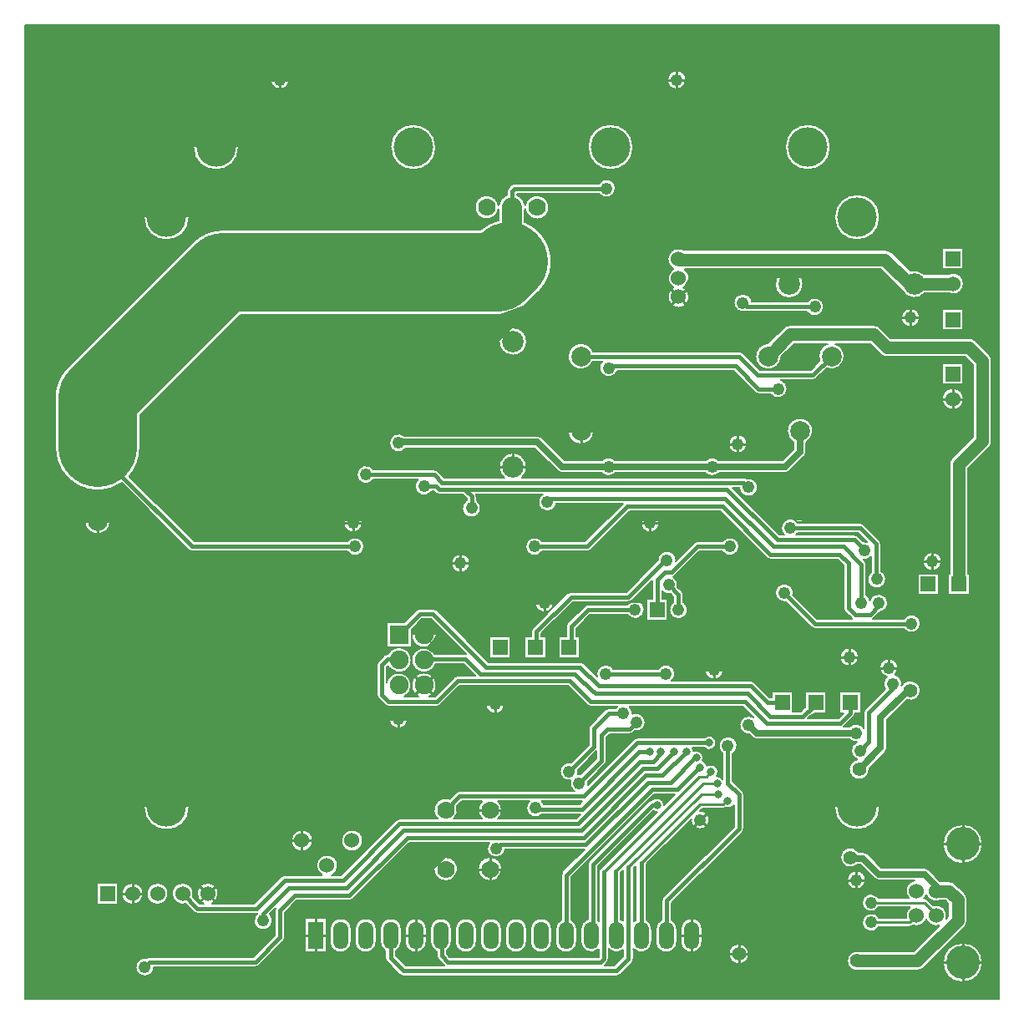
<source format=gbl>
%FSLAX23Y23*%
%MOIN*%
G04 EasyPC Gerber Version 16.0.6 Build 3249 *
%ADD22O,0.06000X0.11000*%
%ADD21R,0.06000X0.11000*%
%ADD19R,0.06000X0.06000*%
%ADD71R,0.07500X0.07500*%
%ADD14R,0.07874X0.07874*%
%ADD10C,0.00500*%
%ADD11C,0.01000*%
%ADD25C,0.01500*%
%ADD27C,0.02500*%
%ADD28C,0.03189*%
%ADD24C,0.04800*%
%ADD29C,0.05000*%
%ADD26C,0.05591*%
%ADD17C,0.06000*%
%ADD70C,0.06000*%
%ADD23C,0.07000*%
%ADD13C,0.07000*%
%ADD20C,0.07500*%
%ADD15C,0.07874*%
%ADD16C,0.08600*%
%ADD18C,0.13386*%
%ADD12C,0.15748*%
%ADD72C,0.31496*%
X0Y0D02*
D02*
D10*
X28Y596D02*
X3915D01*
Y4483*
X28*
Y596*
X266Y2504D02*
G75*
G02X369I52D01*
G01*
G75*
G02X266I-52*
G01*
X314Y973D02*
Y1058D01*
X399*
Y973*
X314*
X414Y2655D02*
G75*
G02X147Y2795I-96J140D01*
G01*
Y2996*
G75*
G02X197Y3116I170J0*
G01*
X697Y3616*
G75*
G02X817Y3666I120J-120*
G01*
X1846*
G75*
G02X1919Y3704I113J-127*
G01*
Y3742*
G75*
G02X1918Y3749I52J13*
G01*
G75*
G02X1871Y3708I-47J7*
G01*
G75*
G02Y3803J48*
G01*
G75*
G02X1918Y3763J-48*
G01*
G75*
G02X1951Y3806I53J-7*
G01*
Y3819*
G75*
G02X1957Y3833I20*
G01*
X1969Y3845*
G75*
G02X1983Y3851I14J-14*
G01*
X2318*
G75*
G02X2385Y3831I31J-20*
G01*
G75*
G02X2318Y3811I-37*
G01*
X1991*
X1991Y3811*
Y3806*
G75*
G02X2024Y3763I-20J-50*
G01*
G75*
G02X2071Y3803I47J-7*
G01*
G75*
G02Y3708J-48*
G01*
G75*
G02X2024Y3749J48*
G01*
G75*
G02X2023Y3742I-53J7*
G01*
Y3697*
G75*
G02X2079Y3419I-64J-158*
G01*
X2036Y3376*
G75*
G02X1916Y3326I-120J120*
G01*
X888*
X487Y2926*
Y2795*
G75*
G02X444Y2681I-170*
G01*
X704Y2422*
X1314*
G75*
G02X1382Y2402I31J-20*
G01*
G75*
G02X1314Y2382I-37*
G01*
X695*
G75*
G02X681Y2387J20*
G01*
X414Y2655*
X414Y1016D02*
G75*
G02X499I43D01*
G01*
G75*
G02X414I-43*
G01*
X502Y1362D02*
G75*
G02X684I91D01*
G01*
G75*
G02X502I-91*
G01*
Y3716D02*
G75*
G02X684I91D01*
G01*
G75*
G02X502I-91*
G01*
X514Y760D02*
G75*
G02X526Y764I12J-16D01*
G01*
X939*
X1026Y851*
Y949*
G75*
G02X1028Y958I20J0*
G01*
X1005Y935*
G75*
G02X1015Y909I-26J-25*
G01*
G75*
G02X942I-37*
G01*
G75*
G02X955Y937I36*
G01*
G75*
G02X951Y937I-4J20*
G01*
X716*
G75*
G02X702Y942J20*
G01*
X669Y975*
G75*
G02X614Y1016I-12J41*
G01*
G75*
G02X699I43*
G01*
G75*
G02X697Y1003I-43J0*
G01*
X724Y977*
X740*
G75*
G02X714Y1016I17J39*
G01*
G75*
G02X799I43*
G01*
G75*
G02X774Y977I-43*
G01*
X943*
X1051Y1085*
G75*
G02X1065Y1091I14J-14*
G01*
X1213*
G75*
G02X1191Y1128I20J37*
G01*
G75*
G02X1276I43*
G01*
G75*
G02X1253Y1091I-43*
G01*
X1289*
X1508Y1309*
G75*
G02X1522Y1315I14J-14*
G01*
X1675*
G75*
G02X1724Y1395I32J35*
G01*
X1748Y1420*
G75*
G02X1762Y1425I14J-14*
G01*
X2220*
G75*
G02X2204Y1468I19J31*
G01*
G75*
G02X2163Y1504I-5J36*
G01*
G75*
G02X2207Y1540I37*
G01*
X2278Y1611*
Y1677*
G75*
G02X2284Y1691I20*
G01*
X2343Y1750*
G75*
G02X2357Y1756I14J-14*
G01*
X2385*
G75*
G02X2392Y1763I31J-20*
G01*
X2286*
G75*
G02X2272Y1769J20*
G01*
X2195Y1846*
X1763*
X1686Y1769*
G75*
G02X1672Y1763I-14J14*
G01*
X1479*
G75*
G02X1465Y1769J20*
G01*
X1437Y1797*
G75*
G02X1431Y1811I14J14*
G01*
Y1929*
G75*
G02X1437Y1943I20*
G01*
X1461Y1967*
G75*
G02X1475Y1973I14J-14*
G01*
X1476*
G75*
G02X1570Y1948I44J-24*
G01*
G75*
G02X1475Y1925I-50*
G01*
X1471Y1921*
Y1861*
G75*
G02X1570Y1848I48J-13*
G01*
G75*
G02X1542Y1803I-50*
G01*
X1598*
G75*
G02X1620Y1898I22J45*
G01*
G75*
G02X1641Y1803J-50*
G01*
X1664*
X1740Y1880*
G75*
G02X1754Y1886I14J-14*
G01*
X1824*
X1778Y1933*
X1667*
G75*
G02X1570Y1948I-47J16*
G01*
G75*
G02X1663Y1973I50*
G01*
X1786*
G75*
G02X1789Y1972I0J-20*
G01*
X1648Y2114*
X1613*
X1570Y2070*
Y1998*
X1470*
Y2098*
X1541*
X1591Y2148*
G75*
G02X1605Y2154I14J-14*
G01*
X1656*
G75*
G02X1670Y2148J-20*
G01*
X1877Y1941*
X2243*
G75*
G02X2257Y1935J-20*
G01*
X2311Y1882*
G75*
G02X2376Y1914I34J12*
G01*
X2555*
G75*
G02X2622Y1894I31J-20*
G01*
G75*
G02X2609Y1866I-37*
G01*
X2924*
G75*
G02X2938Y1861J-20*
G01*
X2999Y1799*
X3007*
Y1822*
X3092*
Y1744*
X3124*
X3138Y1758*
G75*
G02X3141Y1761I14J-14*
G01*
Y1822*
X3226*
Y1737*
X3177*
X3170Y1730*
G75*
G02X3161Y1725I-14J14*
G01*
X3153Y1717*
X3274*
X3294Y1737*
X3279*
Y1822*
X3364*
Y1737*
X3341*
Y1736*
G75*
G02X3336Y1722I-20*
G01*
X3296Y1683*
X3296Y1682*
X3318*
G75*
G02X3376Y1676I27J-25*
G01*
Y1740*
G75*
G02X3382Y1754I20*
G01*
X3461Y1833*
G75*
G02X3467Y1882I30J21*
G01*
G75*
G02X3438Y1917I8J36*
G01*
G75*
G02X3511I37*
G01*
G75*
G02X3499Y1890I-37J0*
G01*
G75*
G02X3526Y1847I-8J-36*
G01*
G75*
G02X3602Y1827I35J-20*
G01*
G75*
G02X3547Y1789I-40*
G01*
X3468Y1710*
Y1598*
G75*
G02X3461Y1581I-25*
G01*
X3397Y1517*
G75*
G02X3397Y1512I-40J-5*
G01*
G75*
G02X3316I-40*
G01*
G75*
G02X3350Y1552I40*
G01*
G75*
G02X3349Y1621I11J35*
G01*
G75*
G02X3318Y1632I-4J36*
G01*
X2947*
G75*
G02X2930Y1640J25*
G01*
X2917Y1652*
G75*
G02X2879Y1689I-1J36*
G01*
G75*
G02X2936Y1720I37*
G01*
X2892Y1763*
X2440*
G75*
G02X2452Y1736I-24J-27*
G01*
G75*
G02X2452Y1734I-36J0*
G01*
G75*
G02X2504Y1701I15J-33*
G01*
G75*
G02X2460Y1665I-37*
G01*
X2454Y1659*
G75*
G02X2440Y1653I-14J14*
G01*
X2361*
X2349Y1641*
Y1547*
G75*
G02X2343Y1533I-20*
G01*
X2274Y1464*
G75*
G02X2275Y1457I-36J-7*
G01*
G75*
G02X2275Y1450I-36J0*
G01*
X2457Y1632*
G75*
G02X2471Y1638I14J-14*
G01*
X2738*
G75*
G02X2787Y1618I20J-20*
G01*
G75*
G02X2738Y1598I-28*
G01*
X2692*
G75*
G02X2696Y1585I-24J-15*
G01*
G75*
G02X2733Y1546I11J-26*
G01*
G75*
G02X2750Y1527I-10J-27*
G01*
G75*
G02X2788Y1485I16J-24*
G01*
G75*
G02X2813Y1473I2J-28*
G01*
Y1576*
G75*
G02X2797Y1606I20J31*
G01*
G75*
G02X2870I37*
G01*
G75*
G02X2853Y1576I-37*
G01*
Y1465*
X2891Y1427*
G75*
G02X2897Y1413I-14J-14*
G01*
Y1276*
G75*
G02X2891Y1261I-20*
G01*
X2609Y980*
Y912*
G75*
G02X2630Y875I-22J-37*
G01*
Y825*
G75*
G02X2545I-43*
G01*
Y875*
G75*
G02X2569Y914I43*
G01*
Y988*
G75*
G02X2575Y1002I20*
G01*
X2857Y1284*
Y1369*
G75*
G02X2823Y1359I-23J16*
G01*
G75*
G02X2814Y1356I-9J15*
G01*
X2730*
X2721Y1347*
G75*
G02X2759Y1311I2J-36*
G01*
G75*
G02X2686I-37*
G01*
G75*
G02X2687Y1313I37J0*
G01*
X2508Y1135*
Y912*
G75*
G02X2530Y875I-21J-37*
G01*
Y825*
G75*
G02X2457Y796I-43*
G01*
Y756*
G75*
G02X2451Y741I-22*
G01*
X2404Y693*
G75*
G02X2388Y687I-15J15*
G01*
X1538*
G75*
G02X1523Y693J22*
G01*
X1471Y745*
G75*
G02X1465Y760I15J15*
G01*
Y789*
G75*
G02X1445Y825I22J36*
G01*
Y875*
G75*
G02X1530I43*
G01*
Y825*
G75*
G02X1508Y788I-43*
G01*
Y769*
X1547Y730*
X1701*
X1677Y754*
G75*
G02X1671Y768I14J14*
G01*
Y786*
G75*
G02X1645Y825I16J39*
G01*
Y875*
G75*
G02X1730I43*
G01*
Y825*
G75*
G02X1711Y790I-43*
G01*
Y776*
X1723Y764*
X2317*
X2317Y764*
Y795*
G75*
G02X2245Y825I-30J30*
G01*
Y875*
G75*
G02X2274Y916I43*
G01*
Y1134*
G75*
G02X2280Y1148I20*
G01*
X2516Y1384*
G75*
G02X2530Y1390I14J-14*
G01*
G75*
G02X2578Y1370I20J-20*
G01*
G75*
G02X2578Y1368I-28J0*
G01*
X2623Y1413*
X2538*
X2208Y1082*
Y913*
G75*
G02X2230Y875I-20J-38*
G01*
Y825*
G75*
G02X2145I-43*
G01*
Y875*
G75*
G02X2168Y913I43*
G01*
Y1090*
G75*
G02X2173Y1105I20*
G01*
X2261Y1193*
X1944*
G75*
G02X1872Y1197I-36J4*
G01*
G75*
G02X1880Y1220I37*
G01*
X1562*
X1336Y994*
G75*
G02X1321Y988I-14J14*
G01*
X1113*
X1066Y940*
Y842*
G75*
G02X1060Y828I-20*
G01*
X962Y730*
G75*
G02X947Y724I-14J14*
G01*
X543*
G75*
G02X470Y724I-37J0*
G01*
G75*
G02X514Y760I37*
G01*
X514Y1016D02*
G75*
G02X599I43D01*
G01*
G75*
G02X514I-43*
G01*
X699Y3996D02*
G75*
G02X881I91D01*
G01*
G75*
G02X699I-91*
G01*
X1009Y4264D02*
G75*
G02X1082I37D01*
G01*
G75*
G02X1009I-37*
G01*
X1145Y783D02*
Y918D01*
X1230*
Y783*
X1145*
X1176Y1228D02*
G75*
G02X1091I-43D01*
G01*
G75*
G02X1176I43*
G01*
X1245Y825D02*
Y875D01*
G75*
G02X1330I43*
G01*
Y825*
G75*
G02X1245I-43*
G01*
X1301Y2496D02*
G75*
G02X1374I37D01*
G01*
G75*
G02X1301I-37*
G01*
X1345Y825D02*
Y875D01*
G75*
G02X1430I43*
G01*
Y825*
G75*
G02X1345I-43*
G01*
X1376Y1228D02*
G75*
G02X1291I-43D01*
G01*
G75*
G02X1376I43*
G01*
X1419Y2669D02*
G75*
G02X1352Y2689I-31J20D01*
G01*
G75*
G02X1419Y2709I37*
G01*
X1660*
G75*
G02X1674Y2703J-20*
G01*
X1700Y2677*
X1940*
G75*
G02X1975Y2776I35J43*
G01*
G75*
G02X2010Y2677J-56*
G01*
X2896*
G75*
G02X2908Y2673J-20*
G01*
G75*
G02X2952Y2638I8J-36*
G01*
G75*
G02X2879Y2637I-37*
G01*
X2850*
X3038Y2449*
X3057*
G75*
G02X3045Y2476I24J27*
G01*
G75*
G02X3112Y2496I37*
G01*
X3361*
G75*
G02X3375Y2490J-20*
G01*
X3438Y2427*
G75*
G02X3444Y2413I-14J-14*
G01*
Y2304*
G75*
G02X3464Y2272I-16J-33*
G01*
G75*
G02X3391I-37*
G01*
G75*
G02X3404Y2299I37*
G01*
Y2361*
G75*
G02X3374Y2349I-27J24*
G01*
X3379Y2345*
G75*
G02X3385Y2331I-14J-14*
G01*
Y2208*
G75*
G02X3400Y2186I-20J-31*
G01*
G75*
G02X3472Y2177I35J-9*
G01*
G75*
G02X3439Y2141I-37*
G01*
X3414Y2116*
G75*
G02X3413Y2114I-14J14*
G01*
X3535*
G75*
G02X3602Y2094I31J-20*
G01*
G75*
G02X3535Y2074I-37*
G01*
X3180*
G75*
G02X3166Y2080J20*
G01*
X3065Y2181*
G75*
G02X3021Y2216I-7J36*
G01*
G75*
G02X3094I37*
G01*
G75*
G02X3093Y2209I-37*
G01*
X3188Y2114*
X3328*
G75*
G02X3327Y2116I13J15*
G01*
X3299Y2143*
G75*
G02X3294Y2157I14J14*
G01*
Y2326*
X3270Y2350*
X3003*
G75*
G02X2988Y2356J20*
G01*
X2801Y2543*
X2440*
X2284Y2387*
G75*
G02X2270Y2382I-14J14*
G01*
X2092*
G75*
G02X2025Y2402I-31J20*
G01*
G75*
G02X2092Y2422I37*
G01*
X2262*
X2415Y2574*
X2149*
G75*
G02X2076Y2579I-36J4*
G01*
G75*
G02X2094Y2610I37*
G01*
X1828*
G75*
G02X1830Y2602I-19J-8*
G01*
Y2586*
G75*
G02X1846Y2555I-20J-31*
G01*
G75*
G02X1773I-37*
G01*
G75*
G02X1790Y2586I37*
G01*
Y2594*
X1774Y2610*
X1774Y2610*
X1680*
G75*
G02X1666Y2616J20*
G01*
X1660Y2622*
X1651*
G75*
G02X1584Y2642I-31J20*
G01*
G75*
G02X1596Y2669I37*
G01*
X1419*
X1482Y1713D02*
G75*
G02X1555I37D01*
G01*
G75*
G02X1482I-37*
G01*
X1486Y3996D02*
G75*
G02X1669I91D01*
G01*
G75*
G02X1486I-91*
G01*
X1540Y2844D02*
X2073D01*
G75*
G02X2091Y2837J-25*
G01*
X2182Y2745*
X2330*
G75*
G02X2383I27J-25*
G01*
X2744*
G75*
G02X2797I27J-25*
G01*
X3051*
X3096Y2790*
Y2817*
G75*
G02X3069Y2862I25J45*
G01*
G75*
G02X3172I52*
G01*
G75*
G02X3146Y2817I-52*
G01*
Y2779*
G75*
G02X3138Y2762I-25*
G01*
X3079Y2703*
G75*
G02X3062Y2695I-18J18*
G01*
X2797*
G75*
G02X2744I-27J25*
G01*
X2383*
G75*
G02X2330I-27J25*
G01*
X2172*
G75*
G02X2154Y2703J25*
G01*
X2063Y2794*
X1548*
G75*
G02X1482Y2815I-30J21*
G01*
G75*
G02X1540Y2844I37*
G01*
X1545Y825D02*
Y875D01*
G75*
G02X1630I43*
G01*
Y825*
G75*
G02X1545I-43*
G01*
X1570Y2048D02*
G75*
G02X1670I50D01*
G01*
G75*
G02X1620Y1998I-50*
G01*
G75*
G02X1570Y2048J50*
G01*
X1707Y1162D02*
G75*
G02Y1067J-48D01*
G01*
G75*
G02Y1162J48*
G01*
X1730Y2335D02*
G75*
G02X1803I37D01*
G01*
G75*
G02X1730I-37*
G01*
X1745Y825D02*
Y875D01*
G75*
G02X1830I43*
G01*
Y825*
G75*
G02X1745I-43*
G01*
X1845D02*
Y875D01*
G75*
G02X1930I43*
G01*
Y825*
G75*
G02X1845I-43*
G01*
X1868Y1772D02*
G75*
G02X1941I37D01*
G01*
G75*
G02X1868I-37*
G01*
X1881Y2042D02*
X1966D01*
Y1957*
X1881*
Y2042*
X1884Y1162D02*
G75*
G02Y1067J-48D01*
G01*
G75*
G02Y1162J48*
G01*
X1945Y825D02*
Y875D01*
G75*
G02X2030I43*
G01*
Y825*
G75*
G02X1945I-43*
G01*
X1975Y3165D02*
G75*
G02Y3276J56D01*
G01*
G75*
G02Y3165J-56*
G01*
X2045Y825D02*
Y875D01*
G75*
G02X2130I43*
G01*
Y825*
G75*
G02X2045I-43*
G01*
X2049Y2042D02*
Y2063D01*
G75*
G02X2055Y2077I20*
G01*
X2193Y2215*
G75*
G02X2207Y2221I14J-14*
G01*
X2427*
X2553Y2346*
Y2346*
G75*
G02X2626I37*
G01*
G75*
G02X2626Y2344I-37J0*
G01*
X2697Y2416*
G75*
G02X2711Y2422I14J-14*
G01*
X2811*
G75*
G02X2878Y2402I31J-20*
G01*
G75*
G02X2811Y2382I-37*
G01*
X2719*
X2623Y2285*
G75*
G02X2615Y2280I-14J14*
G01*
G75*
G02X2633Y2241I-18J-32*
G01*
X2651Y2223*
G75*
G02X2656Y2209I-14J-14*
G01*
Y2180*
G75*
G02X2673Y2150I-20J-31*
G01*
G75*
G02X2600I-37*
G01*
G75*
G02X2616Y2180I37*
G01*
Y2200*
X2604Y2212*
G75*
G02X2570Y2224I-7J36*
G01*
Y2192*
X2592*
Y2107*
X2507*
Y2192*
X2530*
Y2267*
X2450Y2187*
G75*
G02X2436Y2181I-14J14*
G01*
X2216*
X2089Y2055*
Y2042*
X2108*
Y1957*
X2023*
Y2042*
X2049*
X2064Y2177D02*
G75*
G02X2137I37D01*
G01*
G75*
G02X2064I-37*
G01*
X2187Y2042D02*
Y2083D01*
G75*
G02X2193Y2097I20*
G01*
X2260Y2164*
G75*
G02X2274Y2170I14J-14*
G01*
X2433*
G75*
G02X2500Y2150I31J-20*
G01*
G75*
G02X2433Y2130I-37*
G01*
X2282*
X2227Y2074*
Y2042*
X2242*
Y1957*
X2157*
Y2042*
X2187*
X2195Y2862D02*
G75*
G02X2298I52D01*
G01*
G75*
G02X2195I-52*
G01*
X2273Y3996D02*
G75*
G02X2456I91D01*
G01*
G75*
G02X2273I-91*
G01*
X2294Y3141D02*
G75*
G02X2195Y3161I-48J20D01*
G01*
G75*
G02X2294Y3181I52*
G01*
X2877*
G75*
G02X2891Y3175J-20*
G01*
X2960Y3107*
X3164*
X3199Y3142*
G75*
G02X3230Y3210I48J20*
G01*
X3097*
X3046Y3160*
G75*
G02X2943Y3161I-52J1*
G01*
G75*
G02X2993Y3213I52*
G01*
X3055Y3274*
G75*
G02X3081Y3285I27J-27*
G01*
X3416*
G75*
G02X3442Y3274J-38*
G01*
X3483Y3234*
X3794*
G75*
G02X3820Y3223J-38*
G01*
X3875Y3168*
G75*
G02X3886Y3142I-27J-27*
G01*
Y2823*
G75*
G02X3875Y2796I-38*
G01*
X3792Y2713*
Y2294*
X3797*
Y2209*
X3712*
Y2294*
X3717*
Y2728*
G75*
G02X3728Y2755I38*
G01*
X3811Y2838*
Y3126*
X3778Y3159*
X3467*
G75*
G02X3441Y3170J38*
G01*
X3400Y3210*
X3263*
G75*
G02X3298Y3161I-17J-49*
G01*
G75*
G02X3227Y3113I-52*
G01*
X3186Y3072*
G75*
G02X3172Y3067I-14J14*
G01*
X3044*
G75*
G02X3070Y3031I-10J-35*
G01*
G75*
G02X3003Y3011I-37*
G01*
X2955*
G75*
G02X2941Y3017J20*
G01*
X2856Y3102*
X2391*
G75*
G02X2320Y3114I-34J12*
G01*
G75*
G02X2333Y3141I37*
G01*
X2294*
X2486Y2496D02*
G75*
G02X2559I37D01*
G01*
G75*
G02X2486I-37*
G01*
X2592Y4264D02*
G75*
G02X2665I37D01*
G01*
G75*
G02X2592I-37*
G01*
X2616Y3435D02*
G75*
G02Y3510I20J38D01*
G01*
G75*
G02X2654Y3586I20J38*
G01*
X3459*
G75*
G02X3487Y3575J-39*
G01*
X3560Y3502*
G75*
G02X3616Y3489I17J-53*
G01*
X3711*
G75*
G02X3731Y3494I20J-38*
G01*
G75*
G02Y3409J-43*
G01*
G75*
G02X3711Y3414J43*
G01*
X3620*
G75*
G02X3528Y3423I-43J35*
G01*
X3443Y3508*
X2660*
G75*
G02X2656Y3435I-23J-36*
G01*
G75*
G02X2636Y3355I-20J-38*
G01*
G75*
G02X2616Y3435J43*
G01*
X2645Y825D02*
Y875D01*
G75*
G02X2730I43*
G01*
Y825*
G75*
G02X2645I-43*
G01*
X2742Y1909D02*
G75*
G02X2815I37D01*
G01*
G75*
G02X2742I-37*
G01*
X2836Y776D02*
G75*
G02X2917I40D01*
G01*
G75*
G02X2836I-40*
G01*
X2836Y2811D02*
G75*
G02X2909I37D01*
G01*
G75*
G02X2836I-37*
G01*
X2903Y3339D02*
G75*
G02X2856Y3374I-10J35D01*
G01*
G75*
G02X2929Y3378I37*
G01*
X3149*
G75*
G02X3216Y3358I31J-20*
G01*
G75*
G02X3149Y3338I-37*
G01*
X2908*
G75*
G02X2903Y3339J20*
G01*
X3061Y3996D02*
G75*
G02X3243I91D01*
G01*
G75*
G02X3061I-91*
G01*
X3133Y3449D02*
G75*
G02X3022I-56D01*
G01*
G75*
G02X3133I56*
G01*
X3258Y1362D02*
G75*
G02X3440I91D01*
G01*
G75*
G02X3258I-91*
G01*
Y3716D02*
G75*
G02X3440I91D01*
G01*
G75*
G02X3258I-91*
G01*
X3281Y1961D02*
G75*
G02X3354I37D01*
G01*
G75*
G02X3281I-37*
G01*
X3309Y1071D02*
G75*
G02X3382I37D01*
G01*
G75*
G02X3309I-37*
G01*
X3350Y1132D02*
G75*
G02X3281Y1161I-28J29D01*
G01*
G75*
G02X3356Y1182I40*
G01*
X3373*
G75*
G02X3390Y1175J-25*
G01*
X3446Y1119*
X3617*
G75*
G02X3634Y1112J-25*
G01*
X3679Y1067*
G75*
G02X3684Y1065I-15J-40*
G01*
X3715*
G75*
G02X3742Y1054J-38*
G01*
X3777Y1019*
G75*
G02X3788Y992I-27J-27*
G01*
Y909*
G75*
G02X3777Y883I-38*
G01*
X3616Y721*
G75*
G02X3589Y710I-27J27*
G01*
X3364*
G75*
G02X3309Y748I-15J38*
G01*
G75*
G02X3364Y785I40*
G01*
X3574*
X3677Y889*
G75*
G02X3625Y913I-13J41*
G01*
G75*
G02X3570Y889I-39J16*
G01*
X3570Y889*
G75*
G02X3558Y884I-12J12*
G01*
X3436*
G75*
G02X3368Y902I-32J18*
G01*
G75*
G02X3436Y919I37*
G01*
X3544*
G75*
G02X3559Y963I41J10*
G01*
X3436*
G75*
G02X3368Y980I-32J18*
G01*
G75*
G02X3436Y998I37*
G01*
X3555*
G75*
G02X3578Y1069I30J30*
G01*
X3436*
G75*
G02X3418Y1077J25*
G01*
X3362Y1132*
X3350*
X3525Y3315D02*
G75*
G02X3598I37D01*
G01*
G75*
G02X3525I-37*
G01*
X3590Y2294D02*
X3675D01*
Y2209*
X3590*
Y2294*
X3612Y2342D02*
G75*
G02X3685I37D01*
G01*
G75*
G02X3612I-37*
G01*
X3688Y3133D02*
X3773D01*
Y3048*
X3688*
Y3133*
Y3350D02*
X3773D01*
Y3265*
X3688*
Y3350*
Y3594D02*
X3773D01*
Y3509*
X3688*
Y3594*
X3731Y3033D02*
G75*
G02Y2948J-43D01*
G01*
G75*
G02Y3033J43*
G01*
X3770Y662D02*
G75*
G02Y821J79D01*
G01*
G75*
G02Y662J-79*
G01*
Y1135D02*
G75*
G02Y1294J79D01*
G01*
G75*
G02Y1135J-79*
G01*
X28Y2504D02*
G36*
Y2335D01*
X1730*
G75*
G02X1803I37*
G01*
X2541*
X2553Y2346*
Y2346*
G75*
G02X2626I37*
G01*
G75*
G02X2626Y2344I-37J0*
G01*
X2697Y2416*
G75*
G02X2711Y2422I14J-14*
G01*
X2811*
G75*
G02X2878Y2402I31J-20*
G01*
G75*
G02X2811Y2382I-37*
G01*
X2719*
X2673Y2335*
X3285*
X3270Y2350*
X3003*
G75*
G02X2988Y2356J20*
G01*
X2840Y2504*
X2558*
G75*
G02X2559Y2496I-36J-8*
G01*
G75*
G02X2486I-37*
G01*
G75*
G02X2487Y2504I37J0*
G01*
X2401*
X2284Y2387*
G75*
G02X2270Y2382I-14J14*
G01*
X2092*
G75*
G02X2025Y2402I-31J20*
G01*
G75*
G02X2092Y2422I37*
G01*
X2262*
X2344Y2504*
X1373*
G75*
G02X1374Y2496I-36J-8*
G01*
G75*
G02X1301I-37*
G01*
G75*
G02X1302Y2504I37J0*
G01*
X621*
X704Y2422*
X1314*
G75*
G02X1382Y2402I31J-20*
G01*
G75*
G02X1314Y2382I-37*
G01*
X695*
G75*
G02X681Y2387J20*
G01*
X565Y2504*
X369*
G75*
G02X266I-52*
G01*
X28*
G37*
X266D02*
G36*
G75*
G02X369I52D01*
G01*
X565*
X414Y2655*
G75*
G02X147Y2795I-96J140*
G01*
Y2799*
X28*
Y2504*
X266*
G37*
X1302D02*
G36*
G75*
G02X1373I36J-8D01*
G01*
X2344*
X2415Y2574*
X2149*
G75*
G02X2076Y2579I-36J4*
G01*
G75*
G02X2094Y2610I37*
G01*
X1828*
G75*
G02X1830Y2602I-19J-8*
G01*
Y2586*
G75*
G02X1846Y2555I-20J-31*
G01*
G75*
G02X1773I-37*
G01*
G75*
G02X1790Y2586I37*
G01*
Y2594*
X1774Y2610*
X1774Y2610*
X1680*
G75*
G02X1666Y2616J20*
G01*
X1660Y2622*
X1651*
G75*
G02X1584Y2642I-31J20*
G01*
G75*
G02X1596Y2669I37*
G01*
X1419*
G75*
G02X1352Y2689I-31J20*
G01*
G75*
G02X1419Y2709I37*
G01*
X1660*
G75*
G02X1674Y2703J-20*
G01*
X1700Y2677*
X1940*
G75*
G02X1975Y2776I35J43*
G01*
G75*
G02X2010Y2677J-56*
G01*
X2896*
G75*
G02X2908Y2673J-20*
G01*
G75*
G02X2952Y2638I8J-36*
G01*
G75*
G02X2879Y2637I-37*
G01*
X2850*
X3038Y2449*
X3057*
G75*
G02X3045Y2476I24J27*
G01*
G75*
G02X3105Y2504I37*
G01*
X3717*
Y2728*
G75*
G02X3728Y2755I38*
G01*
X3772Y2799*
X3146*
Y2779*
G75*
G02X3138Y2762I-25*
G01*
X3079Y2703*
G75*
G02X3062Y2695I-18J18*
G01*
X2797*
G75*
G02X2744I-27J25*
G01*
X2383*
G75*
G02X2330I-27J25*
G01*
X2172*
G75*
G02X2154Y2703J25*
G01*
X2063Y2794*
X1548*
G75*
G02X1485Y2799I-30J21*
G01*
X487*
Y2795*
G75*
G02X444Y2681I-170*
G01*
X621Y2504*
X1302*
G37*
X2487D02*
G36*
G75*
G02X2558I36J-8D01*
G01*
X2840*
X2801Y2543*
X2440*
X2401Y2504*
X2487*
G37*
X3105D02*
G36*
G75*
G02X3112Y2496I-24J-28D01*
G01*
X3361*
G75*
G02X3375Y2490J-20*
G01*
X3438Y2427*
G75*
G02X3444Y2413I-14J-14*
G01*
Y2335*
X3613*
G75*
G02X3612Y2342I36J8*
G01*
G75*
G02X3685I37*
G01*
G75*
G02X3684Y2335I-37J0*
G01*
X3717*
Y2504*
X3105*
G37*
X3792D02*
G36*
Y2335D01*
X3915*
Y2504*
X3792*
G37*
X3915D02*
G36*
Y2799D01*
X3878*
G75*
G02X3875Y2796I-29J24*
G01*
X3792Y2713*
Y2504*
X3915*
G37*
X28Y1016D02*
G36*
Y850D01*
X1025*
X1026Y851*
Y949*
G75*
G02X1028Y958I20J0*
G01*
X1005Y935*
G75*
G02X1015Y909I-26J-25*
G01*
G75*
G02X942I-37*
G01*
G75*
G02X955Y937I36*
G01*
G75*
G02X951Y937I-4J20*
G01*
X716*
G75*
G02X702Y942J20*
G01*
X669Y975*
G75*
G02X614Y1016I-12J41*
G01*
X599*
G75*
G02X514I-43*
G01*
X499*
G75*
G02X414I-43*
G01*
X399*
Y973*
X314*
Y1016*
X28*
G37*
X314D02*
G36*
Y1058D01*
X399*
Y1016*
X414*
G75*
G02X499I43*
G01*
X514*
G75*
G02X599I43*
G01*
X614*
G75*
G02X699I43*
G01*
G75*
G02X697Y1003I-43J0*
G01*
X724Y977*
X740*
G75*
G02X714Y1016I17J39*
G01*
G75*
G02X799I43*
G01*
G75*
G02X774Y977I-43*
G01*
X943*
X1037Y1071*
X28*
Y1016*
X314*
G37*
X2645D02*
G36*
X2609Y980D01*
Y912*
G75*
G02X2630Y875I-22J-37*
G01*
Y850*
X2645*
Y875*
G75*
G02X2730I43*
G01*
Y850*
X3638*
X3677Y889*
G75*
G02X3625Y913I-13J41*
G01*
G75*
G02X3570Y889I-39J16*
G01*
X3570Y889*
G75*
G02X3558Y884I-12J12*
G01*
X3436*
G75*
G02X3368Y902I-32J18*
G01*
G75*
G02X3436Y919I37*
G01*
X3544*
G75*
G02X3559Y963I41J10*
G01*
X3436*
G75*
G02X3368Y980I-32J18*
G01*
G75*
G02X3395Y1016I37*
G01*
X2645*
G37*
X3395D02*
G36*
G75*
G02X3436Y998I9J-35D01*
G01*
X3555*
G75*
G02X3578Y1069I30J30*
G01*
X3436*
G75*
G02X3427Y1071J25*
G01*
X3382*
G75*
G02X3309I-37*
G01*
X2700*
X2645Y1016*
X3395*
G37*
X3780D02*
G36*
G75*
G02X3788Y992I-29J-24D01*
G01*
Y909*
G75*
G02X3777Y883I-38*
G01*
X3745Y850*
X3915*
Y1016*
X3780*
G37*
X3915D02*
G36*
Y1071D01*
X3676*
X3679Y1067*
G75*
G02X3684Y1065I-15J-40*
G01*
X3715*
G75*
G02X3742Y1054J-38*
G01*
X3777Y1019*
G75*
G02X3780Y1016I-27J-27*
G01*
X3915*
G37*
X28Y1362D02*
G36*
Y1228D01*
X1091*
G75*
G02X1176I43*
G01*
X1291*
G75*
G02X1376I43*
G01*
X1427*
X1508Y1309*
G75*
G02X1522Y1315I14J-14*
G01*
X1675*
G75*
G02X1661Y1362I32J35*
G01*
X684*
G75*
G02X502I-91*
G01*
X28*
G37*
X502D02*
G36*
G75*
G02X684I91D01*
G01*
X1661*
G75*
G02X1724Y1395I46J-12*
G01*
X1748Y1420*
G75*
G02X1762Y1425I14J-14*
G01*
X2220*
G75*
G02X2204Y1468I19J31*
G01*
G75*
G02X2163Y1504I-5J36*
G01*
G75*
G02X2207Y1540I37*
G01*
X2278Y1611*
Y1677*
G75*
G02X2284Y1691I20*
G01*
X2305Y1713*
X1555*
G75*
G02X1482I-37*
G01*
X28*
Y1362*
X502*
G37*
X2897D02*
G36*
Y1276D01*
G75*
G02X2891Y1261I-20*
G01*
X2858Y1228*
X3692*
G75*
G02X3770Y1294I78J-13*
G01*
G75*
G02X3848Y1228J-79*
G01*
X3915*
Y1362*
X3440*
G75*
G02X3258I-91*
G01*
X2897*
G37*
X3258D02*
G36*
G75*
G02X3440I91D01*
G01*
X3915*
Y1713*
X3471*
X3468Y1710*
Y1598*
G75*
G02X3461Y1581I-25*
G01*
X3397Y1517*
G75*
G02X3397Y1512I-40J-5*
G01*
G75*
G02X3316I-40*
G01*
G75*
G02X3350Y1552I40*
G01*
G75*
G02X3349Y1621I11J35*
G01*
G75*
G02X3318Y1632I-4J36*
G01*
X2947*
G75*
G02X2930Y1640J25*
G01*
X2917Y1652*
G75*
G02X2879Y1689I-1J36*
G01*
G75*
G02X2936Y1720I37*
G01*
X2892Y1763*
X2440*
G75*
G02X2452Y1736I-24J-27*
G01*
G75*
G02X2452Y1734I-36J0*
G01*
G75*
G02X2504Y1701I15J-33*
G01*
G75*
G02X2460Y1665I-37*
G01*
X2454Y1659*
G75*
G02X2440Y1653I-14J14*
G01*
X2361*
X2349Y1641*
Y1547*
G75*
G02X2343Y1533I-20*
G01*
X2274Y1464*
G75*
G02X2275Y1457I-36J-7*
G01*
G75*
G02X2275Y1450I-36J0*
G01*
X2457Y1632*
G75*
G02X2471Y1638I14J-14*
G01*
X2738*
G75*
G02X2787Y1618I20J-20*
G01*
G75*
G02X2738Y1598I-28*
G01*
X2692*
G75*
G02X2696Y1585I-24J-15*
G01*
G75*
G02X2733Y1546I11J-26*
G01*
G75*
G02X2750Y1527I-10J-27*
G01*
G75*
G02X2788Y1485I16J-24*
G01*
G75*
G02X2813Y1473I2J-28*
G01*
Y1576*
G75*
G02X2797Y1606I20J31*
G01*
G75*
G02X2870I37*
G01*
G75*
G02X2853Y1576I-37*
G01*
Y1465*
X2891Y1427*
G75*
G02X2897Y1413I-14J-14*
G01*
Y1362*
X3258*
G37*
X28Y3716D02*
G36*
Y3551D01*
X632*
X697Y3616*
G75*
G02X817Y3666I120J-120*
G01*
X1846*
G75*
G02X1919Y3704I113J-127*
G01*
Y3742*
G75*
G02X1918Y3749I52J13*
G01*
G75*
G02X1871Y3708I-47J7*
G01*
G75*
G02X1844Y3716J48*
G01*
X684*
G75*
G02X502I-91*
G01*
X28*
G37*
X502D02*
G36*
G75*
G02X684I91D01*
G01*
X1844*
G75*
G02X1871Y3803I27J39*
G01*
G75*
G02X1918Y3763J-48*
G01*
G75*
G02X1951Y3806I53J-7*
G01*
Y3819*
G75*
G02X1957Y3833I20*
G01*
X1969Y3845*
G75*
G02X1983Y3851I14J-14*
G01*
X2318*
G75*
G02X2385Y3831I31J-20*
G01*
G75*
G02X2318Y3811I-37*
G01*
X1991*
X1991Y3811*
Y3806*
G75*
G02X2024Y3763I-20J-50*
G01*
G75*
G02X2071Y3803I47J-7*
G01*
G75*
G02X2098Y3716J-48*
G01*
X3258*
G75*
G02X3440I91*
G01*
X3915*
Y3996*
X3243*
G75*
G02X3061I-91*
G01*
X2456*
G75*
G02X2273I-91*
G01*
X1669*
G75*
G02X1486I-91*
G01*
X881*
G75*
G02X699I-91*
G01*
X28*
Y3716*
X502*
G37*
X2098D02*
G36*
G75*
G02X2071Y3708I-27J39D01*
G01*
G75*
G02X2024Y3749J48*
G01*
G75*
G02X2023Y3742I-53J7*
G01*
Y3697*
G75*
G02X2129Y3551I-64J-158*
G01*
X2594*
G75*
G02X2654Y3586I42J-4*
G01*
X3459*
G75*
G02X3487Y3575J-39*
G01*
X3511Y3551*
X3688*
Y3594*
X3773*
Y3551*
X3915*
Y3716*
X3440*
G75*
G02X3258I-91*
G01*
X2098*
G37*
X699Y3996D02*
G36*
G75*
G02X881I91D01*
G01*
X1486*
G75*
G02X1669I91*
G01*
X2273*
G75*
G02X2456I91*
G01*
X3061*
G75*
G02X3243I91*
G01*
X3915*
Y4264*
X2665*
G75*
G02X2592I-37*
G01*
X1082*
G75*
G02X1009I-37*
G01*
X28*
Y3996*
X699*
G37*
X1009Y4264D02*
G36*
G75*
G02X1082I37D01*
G01*
X2592*
G75*
G02X2665I37*
G01*
X3915*
Y4483*
X28*
Y4264*
X1009*
G37*
X28Y850D02*
G36*
Y776D01*
X951*
X1025Y850*
X28*
G37*
X1066D02*
G36*
Y842D01*
G75*
G02X1060Y828I-20*
G01*
X962Y730*
G75*
G02X947Y724I-14J14*
G01*
X543*
G75*
G02X470Y724I-37J0*
G01*
G75*
G02X514Y760I37*
G01*
G75*
G02X526Y764I12J-16*
G01*
X939*
X951Y776*
X28*
Y596*
X3915*
Y776*
X3842*
G75*
G02X3770Y662I-72J-34*
G01*
G75*
G02X3698Y776J79*
G01*
X3670*
X3616Y721*
G75*
G02X3589Y710I-27J27*
G01*
X3364*
G75*
G02X3309Y748I-15J38*
G01*
G75*
G02X3319Y776I40*
G01*
X2917*
G75*
G02X2836I-40*
G01*
X2457*
Y756*
G75*
G02X2451Y741I-22*
G01*
X2404Y693*
G75*
G02X2388Y687I-15J15*
G01*
X1538*
G75*
G02X1523Y693J22*
G01*
X1471Y745*
G75*
G02X1465Y760I15J15*
G01*
Y789*
G75*
G02X1445Y825I22J36*
G01*
Y850*
X1430*
Y825*
G75*
G02X1345I-43*
G01*
Y850*
X1330*
Y825*
G75*
G02X1245I-43*
G01*
Y850*
X1230*
Y783*
X1145*
Y850*
X1066*
G37*
X1145D02*
G36*
Y918D01*
X1230*
Y850*
X1245*
Y875*
G75*
G02X1330I43*
G01*
Y850*
X1345*
Y875*
G75*
G02X1430I43*
G01*
Y850*
X1445*
Y875*
G75*
G02X1530I43*
G01*
Y850*
X1545*
Y875*
G75*
G02X1630I43*
G01*
Y850*
X1645*
Y875*
G75*
G02X1730I43*
G01*
Y850*
X1745*
Y875*
G75*
G02X1830I43*
G01*
Y850*
X1845*
Y875*
G75*
G02X1930I43*
G01*
Y850*
X1945*
Y875*
G75*
G02X2030I43*
G01*
Y850*
X2045*
Y875*
G75*
G02X2130I43*
G01*
Y850*
X2145*
Y875*
G75*
G02X2168Y913I43*
G01*
Y1071*
X1904*
G75*
G02X1884Y1067I-20J43*
G01*
G75*
G02X1865Y1071J48*
G01*
X1727*
G75*
G02X1707Y1067I-20J43*
G01*
G75*
G02X1688Y1071J48*
G01*
X1413*
X1336Y994*
G75*
G02X1321Y988I-14J14*
G01*
X1113*
X1066Y940*
Y850*
X1145*
G37*
X1530D02*
G36*
Y825D01*
G75*
G02X1508Y788I-43*
G01*
Y769*
X1547Y730*
X1701*
X1677Y754*
G75*
G02X1671Y768I14J14*
G01*
Y786*
G75*
G02X1645Y825I16J39*
G01*
Y850*
X1630*
Y825*
G75*
G02X1545I-43*
G01*
Y850*
X1530*
G37*
X1730D02*
G36*
Y825D01*
G75*
G02X1711Y790I-43*
G01*
Y776*
X1723Y764*
X2317*
X2317Y764*
Y795*
G75*
G02X2245Y825I-30J30*
G01*
Y875*
G75*
G02X2274Y916I43*
G01*
Y1134*
G75*
G02X2280Y1148I20*
G01*
X2516Y1384*
G75*
G02X2530Y1390I14J-14*
G01*
G75*
G02X2578Y1370I20J-20*
G01*
G75*
G02X2578Y1368I-28J0*
G01*
X2623Y1413*
X2538*
X2208Y1082*
Y913*
G75*
G02X2230Y875I-20J-38*
G01*
Y825*
G75*
G02X2145I-43*
G01*
Y850*
X2130*
Y825*
G75*
G02X2045I-43*
G01*
Y850*
X2030*
Y825*
G75*
G02X1945I-43*
G01*
Y850*
X1930*
Y825*
G75*
G02X1845I-43*
G01*
Y850*
X1830*
Y825*
G75*
G02X1745I-43*
G01*
Y850*
X1730*
G37*
X2630D02*
G36*
Y825D01*
G75*
G02X2545I-43*
G01*
Y875*
G75*
G02X2569Y914I43*
G01*
Y988*
G75*
G02X2575Y1002I20*
G01*
X2857Y1284*
Y1369*
G75*
G02X2823Y1359I-23J16*
G01*
G75*
G02X2814Y1356I-9J15*
G01*
X2730*
X2721Y1347*
G75*
G02X2759Y1311I2J-36*
G01*
G75*
G02X2686I-37*
G01*
G75*
G02X2687Y1313I37J0*
G01*
X2508Y1135*
Y912*
G75*
G02X2530Y875I-21J-37*
G01*
Y825*
G75*
G02X2457Y796I-43*
G01*
Y776*
X2836*
G75*
G02X2917I40*
G01*
X3319*
G75*
G02X3364Y785I30J-28*
G01*
X3574*
X3638Y850*
X2730*
Y825*
G75*
G02X2645I-43*
G01*
Y850*
X2630*
G37*
X3745D02*
G36*
X3670Y776D01*
X3698*
G75*
G02X3770Y821I72J-34*
G01*
G75*
G02X3842Y776J-79*
G01*
X3915*
Y850*
X3745*
G37*
X28Y1228D02*
G36*
Y1114D01*
X1193*
G75*
G02X1191Y1128I40J14*
G01*
G75*
G02X1276I43*
G01*
G75*
G02X1253Y1091I-43*
G01*
X1289*
X1427Y1228*
X1376*
G75*
G02X1291I-43*
G01*
X1176*
G75*
G02X1091I-43*
G01*
X28*
G37*
X2858D02*
G36*
X2743Y1114D01*
X3381*
X3362Y1132*
X3350*
G75*
G02X3281Y1161I-28J29*
G01*
G75*
G02X3356Y1182I40*
G01*
X3373*
G75*
G02X3390Y1175J-25*
G01*
X3446Y1119*
X3617*
G75*
G02X3632Y1114J-25*
G01*
X3915*
Y1228*
X3848*
G75*
G02X3770Y1135I-78J-13*
G01*
G75*
G02X3692Y1228J79*
G01*
X2858*
G37*
X1482Y1713D02*
G36*
G75*
G02X1555I37D01*
G01*
X2305*
X2343Y1750*
G75*
G02X2357Y1756I14J-14*
G01*
X2385*
G75*
G02X2392Y1763I31J-20*
G01*
X2286*
G75*
G02X2272Y1769J20*
G01*
X2269Y1772*
X1941*
G75*
G02X1868I-37*
G01*
X1688*
X1686Y1769*
G75*
G02X1672Y1763I-14J14*
G01*
X1479*
G75*
G02X1465Y1769J20*
G01*
X1462Y1772*
X28*
Y1713*
X1482*
G37*
X3915D02*
G36*
Y1772D01*
X3530*
X3471Y1713*
X3915*
G37*
X147Y2799D02*
G36*
Y2862D01*
X28*
Y2799*
X147*
G37*
X1485D02*
G36*
G75*
G02X1482Y2815I33J16D01*
G01*
G75*
G02X1540Y2844I37*
G01*
X2073*
G75*
G02X2091Y2837J-25*
G01*
X2129Y2799*
X2838*
G75*
G02X2836Y2811I34J12*
G01*
G75*
G02X2909I37*
G01*
G75*
G02X2907Y2799I-37J0*
G01*
X3096*
Y2817*
G75*
G02X3069Y2862I25J45*
G01*
X2298*
G75*
G02X2195I-52*
G01*
X487*
Y2799*
X1485*
G37*
X2129D02*
G36*
X2182Y2745D01*
X2330*
G75*
G02X2383I27J-25*
G01*
X2744*
G75*
G02X2797I27J-25*
G01*
X3051*
X3096Y2790*
Y2799*
X2907*
G75*
G02X2838I-34J12*
G01*
X2129*
G37*
X3772D02*
G36*
X3811Y2838D01*
Y2862*
X3172*
G75*
G02X3146Y2817I-52*
G01*
Y2799*
X3772*
G37*
X3915D02*
G36*
Y2862D01*
X3886*
Y2823*
G75*
G02X3878Y2799I-38J0*
G01*
X3915*
G37*
X28Y2048D02*
G36*
Y2000D01*
X1470*
Y2048*
X28*
G37*
X1470D02*
G36*
Y2098D01*
X1541*
X1591Y2148*
G75*
G02X1605Y2154I14J-14*
G01*
X1656*
G75*
G02X1670Y2148J-20*
G01*
X1770Y2048*
X2049*
Y2063*
G75*
G02X2055Y2077I20*
G01*
X2155Y2177*
X2137*
G75*
G02X2064I-37*
G01*
X28*
Y2048*
X1470*
G37*
X1570D02*
G36*
G75*
G02X1670I50D01*
G01*
X1713*
X1648Y2114*
X1613*
X1570Y2070*
Y2048*
G37*
G36*
Y2000*
X1607*
G75*
G02X1570Y2048I12J48*
G01*
G37*
X1670D02*
G36*
G75*
G02X1632Y2000I-50D01*
G01*
X1762*
X1713Y2048*
X1670*
G37*
X1770D02*
G36*
X1818Y2000D01*
X1881*
Y2042*
X1966*
Y2000*
X2023*
Y2042*
X2049*
Y2048*
X1770*
G37*
X2089D02*
G36*
Y2042D01*
X2108*
Y2000*
X2157*
Y2042*
X2187*
Y2048*
X2089*
G37*
X2187D02*
G36*
Y2083D01*
G75*
G02X2193Y2097I20*
G01*
X2260Y2164*
G75*
G02X2274Y2170I14J-14*
G01*
X2433*
G75*
G02X2439Y2177I31J-20*
G01*
X2212*
X2089Y2055*
Y2048*
X2187*
G37*
X2227D02*
G36*
Y2042D01*
X2242*
Y2000*
X3915*
Y2048*
X2227*
G37*
X3915D02*
G36*
Y2177D01*
X3472*
G75*
G02X3439Y2141I-37*
G01*
X3414Y2116*
G75*
G02X3413Y2114I-14J14*
G01*
X3535*
G75*
G02X3602Y2094I31J-20*
G01*
G75*
G02X3535Y2074I-37*
G01*
X3180*
G75*
G02X3166Y2080J20*
G01*
X3069Y2177*
X2660*
G75*
G02X2673Y2150I-24J-28*
G01*
G75*
G02X2600I-37*
G01*
G75*
G02X2616Y2180I37*
G01*
Y2200*
X2604Y2212*
G75*
G02X2570Y2224I-7J36*
G01*
Y2192*
X2592*
Y2107*
X2507*
Y2177*
X2487*
G75*
G02X2500Y2150I-24J-28*
G01*
G75*
G02X2433Y2130I-37*
G01*
X2282*
X2227Y2074*
Y2048*
X3915*
G37*
X28Y1114D02*
G36*
Y1071D01*
X1037*
X1051Y1085*
G75*
G02X1065Y1091I14J-14*
G01*
X1213*
G75*
G02X1193Y1114I20J37*
G01*
X28*
G37*
X1456D02*
G36*
X1413Y1071D01*
X1688*
G75*
G02X1660Y1114I20J43*
G01*
X1456*
G37*
X1660D02*
G36*
G75*
G02X1707Y1162I48D01*
G01*
G75*
G02X1755Y1114J-48*
G01*
X1837*
G75*
G02X1884Y1162I48*
G01*
G75*
G02X1932Y1114J-48*
G01*
X2183*
X2261Y1193*
X1944*
G75*
G02X1872Y1197I-36J4*
G01*
G75*
G02X1880Y1220I37*
G01*
X1562*
X1456Y1114*
X1660*
G37*
X1755D02*
G36*
G75*
G02X1727Y1071I-48D01*
G01*
X1865*
G75*
G02X1837Y1114I20J43*
G01*
X1755*
G37*
X1932D02*
G36*
G75*
G02X1904Y1071I-48D01*
G01*
X2168*
Y1090*
G75*
G02X2173Y1105I20*
G01*
X2183Y1114*
X1932*
G37*
X2743D02*
G36*
X2700Y1071D01*
X3309*
G75*
G02X3382I37*
G01*
X3427*
G75*
G02X3418Y1077I8J24*
G01*
X3381Y1114*
X2743*
G37*
X3632D02*
G36*
G75*
G02X3634Y1112I-15J-20D01*
G01*
X3676Y1071*
X3915*
Y1114*
X3632*
G37*
X28Y2335D02*
G36*
Y2252D01*
X2458*
X2541Y2335*
X1803*
G75*
G02X1730I-37*
G01*
X28*
G37*
X2673D02*
G36*
X2623Y2285D01*
G75*
G02X2615Y2280I-14J14*
G01*
G75*
G02X2633Y2252I-18J-32*
G01*
X3049*
G75*
G02X3094Y2216I9J-35*
G01*
G75*
G02X3093Y2209I-37*
G01*
X3188Y2114*
X3328*
G75*
G02X3327Y2116I13J15*
G01*
X3299Y2143*
G75*
G02X3294Y2157I14J14*
G01*
Y2326*
X3285Y2335*
X2673*
G37*
X3444D02*
G36*
Y2304D01*
G75*
G02X3464Y2272I-16J-33*
G01*
G75*
G02X3458Y2252I-37*
G01*
X3590*
Y2294*
X3675*
Y2252*
X3712*
Y2294*
X3717*
Y2335*
X3684*
G75*
G02X3613I-36J8*
G01*
X3444*
G37*
X3792D02*
G36*
Y2294D01*
X3797*
Y2252*
X3915*
Y2335*
X3792*
G37*
X1462Y1772D02*
G36*
X1437Y1797D01*
G75*
G02X1431Y1811I14J14*
G01*
Y1909*
X28*
Y1772*
X1462*
G37*
X1868D02*
G36*
G75*
G02X1941I37D01*
G01*
X2269*
X2195Y1846*
X1763*
X1688Y1772*
X1868*
G37*
X3915D02*
G36*
Y1909D01*
X3511*
G75*
G02X3499Y1890I-36J8*
G01*
G75*
G02X3526Y1847I-8J-36*
G01*
G75*
G02X3602Y1827I35J-20*
G01*
G75*
G02X3547Y1789I-40*
G01*
X3530Y1772*
X3915*
G37*
X28Y2000D02*
G36*
Y1961D01*
X1455*
X1461Y1967*
G75*
G02X1475Y1973I14J-14*
G01*
X1476*
G75*
G02X1570Y1948I44J-24*
G01*
G75*
G02X1520Y1898I-50*
G01*
G75*
G02X1570Y1848I0J-50*
G01*
G75*
G02X1542Y1803I-50*
G01*
X1598*
G75*
G02X1620Y1898I22J45*
G01*
G75*
G02X1641Y1803J-50*
G01*
X1664*
X1740Y1880*
G75*
G02X1754Y1886I14J-14*
G01*
X1824*
X1778Y1933*
X1667*
G75*
G02X1570Y1948I-47J16*
G01*
G75*
G02X1620Y1998I50*
G01*
G75*
G02X1607Y2000I0J50*
G01*
X1570*
Y1998*
X1470*
Y2000*
X28*
G37*
X1519Y1898D02*
G36*
G75*
G02X1475Y1925I0J50D01*
G01*
X1471Y1921*
Y1861*
G75*
G02X1519Y1898I48J-13*
G01*
G37*
X1620Y1998D02*
G36*
G75*
G02X1663Y1973I0J-50D01*
G01*
X1786*
G75*
G02X1789Y1972I0J-20*
G01*
X1762Y2000*
X1632*
G75*
G02X1620Y1998I-12J48*
G01*
G37*
X1818Y2000D02*
G36*
X1858Y1961D01*
X1881*
Y2000*
X1818*
G37*
X1966D02*
G36*
Y1961D01*
X2023*
Y2000*
X1966*
G37*
X2108D02*
G36*
Y1961D01*
X2157*
Y2000*
X2108*
G37*
X2242D02*
G36*
Y1961D01*
X3281*
G75*
G02X3354I37*
G01*
X3915*
Y2000*
X2242*
G37*
X28Y3220D02*
G36*
Y3090D01*
X176*
G75*
G02X197Y3116I141J-94*
G01*
X301Y3220*
X28*
G37*
X301D02*
G36*
X396Y3315D01*
X28*
Y3220*
X301*
G37*
X782D02*
G36*
X652Y3090D01*
X2329*
G75*
G02X2320Y3114I28J24*
G01*
G75*
G02X2333Y3141I37*
G01*
X2294*
G75*
G02X2195Y3161I-48J20*
G01*
G75*
G02X2294Y3181I52*
G01*
X2877*
G75*
G02X2891Y3175J-20*
G01*
X2960Y3107*
X3164*
X3199Y3142*
G75*
G02X3230Y3210I48J20*
G01*
X3097*
X3046Y3160*
G75*
G02X2943Y3161I-52J1*
G01*
G75*
G02X2993Y3213I52*
G01*
X3001Y3220*
X2030*
G75*
G02X1975Y3165I-56*
G01*
G75*
G02X1919Y3220J56*
G01*
X782*
G37*
X1919D02*
G36*
G75*
G02X1975Y3276I56D01*
G01*
G75*
G02X2030Y3220J-56*
G01*
X3001*
X3055Y3274*
G75*
G02X3081Y3285I27J-27*
G01*
X3416*
G75*
G02X3442Y3274J-38*
G01*
X3483Y3234*
X3794*
G75*
G02X3820Y3223J-38*
G01*
X3823Y3220*
X3915*
Y3315*
X3773*
Y3265*
X3688*
Y3315*
X3598*
G75*
G02X3525I-37*
G01*
X877*
X782Y3220*
X1919*
G37*
X3823D02*
G36*
X3875Y3168D01*
G75*
G02X3886Y3142I-27J-27*
G01*
Y3090*
X3915*
Y3220*
X3823*
G37*
X2064Y2177D02*
G36*
G75*
G02X2137I37D01*
G01*
X2155*
X2193Y2215*
G75*
G02X2207Y2221I14J-14*
G01*
X2427*
X2458Y2252*
X28*
Y2177*
X2064*
G37*
X2439D02*
G36*
G75*
G02X2487I24J-28D01*
G01*
X2507*
Y2192*
X2530*
Y2267*
X2450Y2187*
G75*
G02X2436Y2181I-14J14*
G01*
X2216*
X2212Y2177*
X2439*
G37*
X3069D02*
G36*
X3065Y2181D01*
G75*
G02X3021Y2216I-7J36*
G01*
G75*
G02X3049Y2252I37*
G01*
X2633*
G75*
G02X2633Y2241I-36J-4*
G01*
X2651Y2223*
G75*
G02X2656Y2209I-14J-14*
G01*
Y2180*
G75*
G02X2660Y2177I-20J-31*
G01*
X3069*
G37*
X3915D02*
G36*
Y2252D01*
X3797*
Y2209*
X3712*
Y2252*
X3675*
Y2209*
X3590*
Y2252*
X3458*
G75*
G02X3391Y2272I-31J20*
G01*
G75*
G02X3404Y2299I37*
G01*
Y2361*
G75*
G02X3374Y2349I-27J24*
G01*
X3379Y2345*
G75*
G02X3385Y2331I-14J-14*
G01*
Y2208*
G75*
G02X3400Y2186I-20J-31*
G01*
G75*
G02X3472Y2177I35J-9*
G01*
X3915*
G37*
X147Y2862D02*
G36*
Y2990D01*
X28*
Y2862*
X147*
G37*
X2195D02*
G36*
G75*
G02X2298I52D01*
G01*
X3069*
G75*
G02X3172I52*
G01*
X3811*
Y2990*
X3773*
G75*
G02X3731Y2948I-43*
G01*
G75*
G02X3688Y2990J43*
G01*
X552*
X487Y2926*
Y2862*
X2195*
G37*
X3915D02*
G36*
Y2990D01*
X3886*
Y2862*
X3915*
G37*
X28Y3473D02*
G36*
Y3366D01*
X447*
X554Y3473*
X28*
G37*
X554D02*
G36*
X632Y3551D01*
X28*
Y3473*
X554*
G37*
X2116D02*
G36*
G75*
G02X2079Y3419I-156J67D01*
G01*
X2036Y3376*
G75*
G02X2025Y3366I-120J120*
G01*
X2608*
G75*
G02X2616Y3435I29J31*
G01*
G75*
G02X2594Y3473I20J38*
G01*
X2116*
G37*
X2594D02*
G36*
G75*
G02X2616Y3510I43D01*
G01*
G75*
G02X2594Y3551I20J38*
G01*
X2129*
G75*
G02X2116Y3473I-170J-12*
G01*
X2594*
G37*
X2679D02*
G36*
G75*
G02X2656Y3435I-43D01*
G01*
G75*
G02X2665Y3366I-20J-38*
G01*
X2857*
G75*
G02X2856Y3374I36J8*
G01*
G75*
G02X2929Y3378I37*
G01*
X3149*
G75*
G02X3215Y3366I31J-20*
G01*
X3915*
Y3473*
X3768*
G75*
G02X3731Y3409I-37J-21*
G01*
G75*
G02X3711Y3414J43*
G01*
X3620*
G75*
G02X3528Y3423I-43J35*
G01*
X3479Y3473*
X3127*
G75*
G02X3133Y3449I-50J-24*
G01*
G75*
G02X3022I-56*
G01*
G75*
G02X3027Y3473I56J0*
G01*
X2679*
G37*
X3027D02*
G36*
G75*
G02X3127I50J-24D01*
G01*
X3479*
X3443Y3508*
X2660*
G75*
G02X2679Y3473I-23J-36*
G01*
X3027*
G37*
X3915D02*
G36*
Y3551D01*
X3773*
Y3509*
X3688*
Y3551*
X3511*
X3560Y3502*
G75*
G02X3616Y3489I17J-53*
G01*
X3711*
G75*
G02X3731Y3494I20J-38*
G01*
G75*
G02X3768Y3473J-43*
G01*
X3915*
G37*
X1431Y1909D02*
G36*
Y1929D01*
G75*
G02X1437Y1943I20*
G01*
X1455Y1961*
X28*
Y1909*
X1431*
G37*
X2618D02*
G36*
G75*
G02X2622Y1894I-33J-16D01*
G01*
G75*
G02X2609Y1866I-37*
G01*
X2924*
G75*
G02X2938Y1861J-20*
G01*
X2999Y1799*
X3007*
Y1822*
X3092*
Y1744*
X3124*
X3138Y1758*
G75*
G02X3141Y1761I14J-14*
G01*
Y1822*
X3226*
Y1737*
X3177*
X3170Y1730*
G75*
G02X3161Y1725I-14J14*
G01*
X3153Y1717*
X3274*
X3294Y1737*
X3279*
Y1822*
X3364*
Y1737*
X3341*
Y1736*
G75*
G02X3336Y1722I-20*
G01*
X3296Y1683*
X3296Y1682*
X3318*
G75*
G02X3376Y1676I27J-25*
G01*
Y1740*
G75*
G02X3382Y1754I20*
G01*
X3461Y1833*
G75*
G02X3467Y1882I30J21*
G01*
G75*
G02X3439Y1909I8J36*
G01*
X2815*
G75*
G02X2742I-37*
G01*
X2618*
G37*
X2742D02*
G36*
G75*
G02X2815I37D01*
G01*
X3439*
G75*
G02X3438Y1917I36J8*
G01*
G75*
G02X3511I37*
G01*
G75*
G02X3511Y1909I-37J0*
G01*
X3915*
Y1961*
X3354*
G75*
G02X3281I-37*
G01*
X2242*
Y1957*
X2157*
Y1961*
X2108*
Y1957*
X2023*
Y1961*
X1966*
Y1957*
X1881*
Y1961*
X1858*
X1877Y1941*
X2243*
G75*
G02X2257Y1935J-20*
G01*
X2311Y1882*
G75*
G02X2376Y1914I34J12*
G01*
X2555*
G75*
G02X2618Y1909I31J-20*
G01*
X2742*
G37*
X28Y3366D02*
G36*
Y3315D01*
X396*
X447Y3366*
X28*
G37*
X2025D02*
G36*
G75*
G02X1916Y3326I-110J130D01*
G01*
X888*
X877Y3315*
X3525*
G75*
G02X3598I37*
G01*
X3688*
Y3350*
X3773*
Y3315*
X3915*
Y3366*
X3215*
G75*
G02X3216Y3358I-36J-8*
G01*
G75*
G02X3149Y3338I-37*
G01*
X2908*
G75*
G02X2903Y3339J20*
G01*
G75*
G02X2857Y3366I-10J35*
G01*
X2665*
G75*
G02X2636Y3355I-29J31*
G01*
G75*
G02X2608Y3366J43*
G01*
X2025*
G37*
X28Y3090D02*
G36*
Y2990D01*
X147*
Y2996*
G75*
G02X176Y3090I170J0*
G01*
X28*
G37*
X652D02*
G36*
X552Y2990D01*
X3688*
G75*
G02X3731Y3033I43*
G01*
G75*
G02X3773Y2990J-43*
G01*
X3811*
Y3090*
X3773*
Y3048*
X3688*
Y3090*
X3204*
X3186Y3072*
G75*
G02X3172Y3067I-14J14*
G01*
X3044*
G75*
G02X3070Y3031I-10J-35*
G01*
G75*
G02X3003Y3011I-37*
G01*
X2955*
G75*
G02X2941Y3017J20*
G01*
X2856Y3102*
X2391*
G75*
G02X2329Y3090I-34J12*
G01*
X652*
G37*
X3688D02*
G36*
Y3133D01*
X3773*
Y3090*
X3811*
Y3126*
X3778Y3159*
X3467*
G75*
G02X3441Y3170J38*
G01*
X3400Y3210*
X3263*
G75*
G02X3298Y3161I-17J-49*
G01*
G75*
G02X3227Y3113I-52*
G01*
X3204Y3090*
X3688*
G37*
X3886D02*
G36*
Y2990D01*
X3915*
Y3090*
X3886*
G37*
X1739Y1315D02*
X1852D01*
G75*
G02Y1385I32J35*
G01*
X1771*
X1752Y1367*
G75*
G02X1739Y1315I-45J-16*
G01*
G36*
X1852*
G75*
G02Y1385I32J35*
G01*
X1771*
X1752Y1367*
G75*
G02X1739Y1315I-45J-16*
G01*
G37*
X1916D02*
X2227D01*
X2246Y1334*
X2093*
G75*
G02X2029Y1358I-28J24*
G01*
G75*
G02X2041Y1385I37*
G01*
X1916*
G75*
G02Y1315I-32J-35*
G01*
G36*
X2227*
X2246Y1334*
X2093*
G75*
G02X2029Y1358I-28J24*
G01*
G75*
G02X2041Y1385I37*
G01*
X1916*
G75*
G02Y1315I-32J-35*
G01*
G37*
X2090Y1385D02*
G75*
G02X2098Y1374I-24J-27D01*
G01*
X2242*
X2253Y1385*
X2090*
G36*
G75*
G02X2098Y1374I-24J-27*
G01*
X2242*
X2253Y1385*
X2090*
G37*
X2234Y1493D02*
G75*
G02X2246Y1492I5J-36D01*
G01*
X2309Y1555*
Y1585*
X2235Y1511*
G75*
G02X2234Y1493I-36J-7*
G01*
G36*
G75*
G02X2246Y1492I5J-36*
G01*
X2309Y1555*
Y1585*
X2235Y1511*
G75*
G02X2234Y1493I-36J-7*
G01*
G37*
X2314Y909D02*
G75*
G02X2317Y906I-26J-33D01*
G01*
Y1102*
G75*
G02X2332Y1122I20*
G01*
X2552Y1342*
G75*
G02X2534Y1346I-2J28*
G01*
X2314Y1125*
Y909*
G36*
G75*
G02X2317Y906I-26J-33*
G01*
Y1102*
G75*
G02X2332Y1122I20*
G01*
X2552Y1342*
G75*
G02X2534Y1346I-2J28*
G01*
X2314Y1125*
Y909*
G37*
X2340Y730D02*
X2379D01*
X2414Y765*
Y792*
G75*
G02X2357Y796I-26J33*
G01*
Y756*
G75*
G02X2351Y742I-20*
G01*
X2340Y730*
G36*
X2379*
X2414Y765*
Y792*
G75*
G02X2357Y796I-26J33*
G01*
Y756*
G75*
G02X2351Y742I-20*
G01*
X2340Y730*
G37*
X2404Y914D02*
G75*
G02X2414Y909I-17J-39D01*
G01*
Y1111*
X2404Y1101*
Y914*
G36*
G75*
G02X2414Y909I-17J-39*
G01*
Y1111*
X2404Y1101*
Y914*
G37*
X2457Y905D02*
G75*
G02X2465Y911I30J-30D01*
G01*
Y1127*
X2457Y1119*
Y905*
G36*
G75*
G02X2465Y911I30J-30*
G01*
Y1127*
X2457Y1119*
Y905*
G37*
X3106Y2449D02*
X3337D01*
G75*
G02X3351Y2443J-20*
G01*
X3372Y2422*
G75*
G02X3389Y2420I4J-36*
G01*
X3352Y2456*
X3112*
G75*
G02X3106Y2449I-31J20*
G01*
G36*
X3337*
G75*
G02X3351Y2443J-20*
G01*
X3372Y2422*
G75*
G02X3389Y2420I4J-36*
G01*
X3352Y2456*
X3112*
G75*
G02X3106Y2449I-31J20*
G01*
G37*
X3616Y998D02*
X3617D01*
G75*
G02X3629Y993J-18*
G01*
X3652Y970*
G75*
G02X3704Y916I12J-41*
G01*
X3713Y925*
Y977*
X3700Y990*
X3684*
G75*
G02X3625Y1011I-20J38*
G01*
G75*
G02X3616Y998I-39J16*
G01*
G36*
X3617*
G75*
G02X3629Y993J-18*
G01*
X3652Y970*
G75*
G02X3704Y916I12J-41*
G01*
X3713Y925*
Y977*
X3700Y990*
X3684*
G75*
G02X3625Y1011I-20J38*
G01*
G75*
G02X3616Y998I-39J16*
G01*
G37*
D02*
D11*
X283Y2504D02*
X263D01*
X317Y2469D02*
Y2449D01*
Y2538D02*
Y2558D01*
X352Y2504D02*
X372D01*
X432Y1016D02*
X412D01*
X457Y991D02*
Y971D01*
Y1041D02*
Y1061D01*
X482Y1016D02*
X502D01*
X739Y998D02*
X725Y984D01*
X739Y1033D02*
X725Y1047D01*
X775Y998D02*
X789Y984D01*
X775Y1033D02*
X789Y1047D01*
X1027Y4264D02*
X1007D01*
X1046Y4245D02*
Y4225D01*
Y4283D02*
Y4303D01*
X1065Y4264D02*
X1085D01*
X1108Y1228D02*
X1088D01*
X1133Y1203D02*
Y1183D01*
Y1253D02*
Y1273D01*
X1158Y1228D02*
X1178D01*
X1163Y850D02*
X1143D01*
X1188Y800D02*
Y780D01*
Y900D02*
Y920D01*
X1213Y850D02*
X1233D01*
X1318Y2496D02*
X1298D01*
X1337Y2477D02*
Y2457D01*
Y2515D02*
Y2535D01*
X1356Y2496D02*
X1376D01*
X1499Y1713D02*
X1479D01*
X1518Y1694D02*
Y1674D01*
Y1732D02*
Y1752D01*
X1537Y1713D02*
X1557D01*
X1563Y850D02*
X1543D01*
X1588Y800D02*
Y780D01*
Y900D02*
Y920D01*
X1597Y1825D02*
X1583Y1811D01*
X1597Y1871D02*
X1583Y1885D01*
X1613Y850D02*
X1633D01*
X1643Y1825D02*
X1657Y1811D01*
X1643Y1871D02*
X1657Y1885D01*
X1691Y846D02*
X1688Y850D01*
X1747Y2335D02*
X1727D01*
X1766Y2316D02*
Y2296D01*
Y2354D02*
Y2374D01*
X1785Y2335D02*
X1805D01*
X1854Y1114D02*
X1834D01*
X1854Y1350D02*
X1834D01*
X1884Y1084D02*
Y1064D01*
Y1144D02*
Y1164D01*
X1885Y1772D02*
X1865D01*
X1904Y1753D02*
Y1733D01*
Y1791D02*
Y1811D01*
X1914Y1114D02*
X1934D01*
X1914Y1350D02*
X1934D01*
X1923Y1772D02*
X1943D01*
X1937Y2720D02*
X1917D01*
X1975Y2758D02*
Y2778D01*
X2013Y2720D02*
X2033D01*
X2082Y2177D02*
X2062D01*
X2101Y2158D02*
Y2138D01*
Y2196D02*
Y2216D01*
X2120Y2177D02*
X2140D01*
X2212Y2862D02*
X2192D01*
X2247Y2828D02*
Y2808D01*
Y2897D02*
Y2917D01*
X2281Y2862D02*
X2301D01*
X2503Y2496D02*
X2483D01*
X2522Y2477D02*
Y2457D01*
Y2515D02*
Y2535D01*
X2541Y2496D02*
X2561D01*
X2609Y4264D02*
X2589D01*
X2619Y3380D02*
X2605Y3366D01*
X2619Y3415D02*
X2605Y3429D01*
X2628Y4245D02*
Y4225D01*
Y4283D02*
Y4303D01*
X2647Y4264D02*
X2667D01*
X2654Y3380D02*
X2668Y3366D01*
X2654Y3415D02*
X2668Y3429D01*
X2663Y850D02*
X2643D01*
X2688Y800D02*
Y780D01*
Y900D02*
Y920D01*
X2710Y1298D02*
X2695Y1283D01*
X2713Y850D02*
X2733D01*
X2736Y1298D02*
X2751Y1283D01*
X2736Y1324D02*
X2751Y1339D01*
X2759Y1909D02*
X2739D01*
X2766Y1504D02*
X2747Y1484D01*
X2719*
X2337Y1102*
X2778Y1890D02*
Y1870D01*
Y1928D02*
Y1948D01*
X2790Y1457D02*
X2735D01*
X2384Y1106*
X2794Y1413D02*
X2727D01*
X2436Y1122*
X2797Y1909D02*
X2817D01*
X2833Y1386D02*
X2825D01*
X2814Y1374*
X2723*
X2487Y1138*
X2854Y776D02*
X2834D01*
X2854Y2811D02*
X2834D01*
X2873Y2792D02*
Y2772D01*
Y2830D02*
Y2850D01*
X2877Y753D02*
Y733D01*
Y798D02*
Y818D01*
X2892Y2811D02*
X2912D01*
X2899Y776D02*
X2919D01*
X3298Y1961D02*
X3278D01*
X3317Y1942D02*
Y1922D01*
Y1980D02*
Y2000D01*
X3326Y1071D02*
X3306D01*
X3336Y1961D02*
X3356D01*
X3345Y1052D02*
Y1032D01*
Y1090D02*
Y1110D01*
X3364Y1071D02*
X3384D01*
X3456Y1917D02*
X3436D01*
X3475Y1936D02*
Y1956D01*
X3494Y1917D02*
X3514D01*
X3543Y3315D02*
X3523D01*
X3562Y3296D02*
Y3276D01*
Y3334D02*
Y3354D01*
X3581Y3315D02*
X3601D01*
X3585Y929D02*
X3558Y902D01*
X3404*
X3629Y2342D02*
X3609D01*
X3648Y2323D02*
Y2303D01*
Y2361D02*
Y2381D01*
X3664Y933D02*
X3617Y980D01*
X3404*
X3667Y2342D02*
X3687D01*
X3706Y2990D02*
X3686D01*
X3708Y742D02*
X3688D01*
X3708Y1215D02*
X3688D01*
X3731Y2965D02*
Y2945D01*
Y3015D02*
Y3035D01*
X3756Y2990D02*
X3776D01*
X3770Y680D02*
Y660D01*
Y804D02*
Y824D01*
Y1153D02*
Y1133D01*
Y1277D02*
Y1297D01*
X3832Y742D02*
X3852D01*
X3832Y1215D02*
X3852D01*
D02*
D12*
X593Y1362D03*
Y3716D03*
X790Y3996D03*
X1577D03*
X2365D03*
X3152D03*
X3349Y1362D03*
Y3716D03*
D02*
D13*
X1871Y3756D03*
X1971D03*
X2071D03*
D02*
D14*
X317Y2701D03*
D02*
D15*
Y2504D03*
X1959Y3539D02*
X1971Y3551D01*
Y3756*
X2247Y2862D03*
Y3161D03*
X2995D03*
X3121Y2862D03*
X3247Y3161D03*
D02*
D16*
X1975Y2720D03*
Y3220D03*
X3077Y3449D03*
X3577D03*
D02*
D17*
X457Y1016D03*
X557D03*
X657D03*
X757D03*
X3585Y929D03*
Y1027D03*
X3664Y929D03*
Y1027D03*
X3731Y2990D03*
Y3451D03*
D02*
D18*
X3770Y742D03*
Y1215D03*
D02*
D19*
X357Y1016D03*
X1924Y2000D03*
X2065D03*
X2199D03*
X2550Y2150D03*
X3050Y1779D03*
X3184D03*
X3321D03*
X3632Y2252D03*
X3731Y3090D03*
Y3307D03*
Y3551D03*
X3754Y2252D03*
D02*
D70*
X1133Y1228D03*
X1233Y1128D03*
X1333Y1228D03*
X2636Y3398D03*
Y3473D03*
Y3548D03*
D02*
D71*
X1520Y2048D03*
D02*
D20*
Y1848D03*
Y1948D03*
X1620Y1848D03*
Y1948D03*
Y2048D03*
D02*
D21*
X1188Y850D03*
D02*
D22*
X1288D03*
X1388D03*
X1488D03*
X1588D03*
X1688D03*
X1788D03*
X1888D03*
X1988D03*
X2088D03*
X2188D03*
X2288D03*
X2388D03*
X2488D03*
X2588D03*
X2688D03*
D02*
D23*
X1707Y1114D03*
Y1350D03*
X1884Y1114D03*
Y1350D03*
D02*
D24*
X506Y724D03*
X979Y909D03*
X1046Y4264D03*
X1337Y2496D03*
X1345Y2402D03*
X1388Y2689D03*
X1518Y1713D03*
Y2815D03*
X1621Y2642D03*
X1766Y2335D03*
X1810Y2555D03*
X1904Y1772D03*
X1908Y1197D03*
X2062Y2402D03*
X2065Y1358D03*
X2101Y2177D03*
X2113Y2579D03*
X2199Y1504D03*
X2239Y1457D03*
X2345Y1894D03*
X2349Y3831D03*
X2357Y2720D03*
Y3114D03*
X2416Y1736D03*
X2463Y2150D03*
X2467Y1701D03*
X2522Y2496D03*
X2585Y1894D03*
X2589Y2346D03*
X2597Y2248D03*
X2628Y4264D03*
X2636Y2150D03*
X2723Y1311D03*
X2770Y2720D03*
X2778Y1909D03*
X2833Y1606D03*
X2841Y2402D03*
X2873Y2811D03*
X2892Y3374D03*
X2916Y1689D03*
Y2638D03*
X3034Y3031D03*
X3058Y2216D03*
X3081Y2476D03*
X3180Y3358D03*
X3317Y1961D03*
X3345Y1071D03*
Y1657D03*
X3361Y1587D03*
X3365Y2177D03*
X3377Y2386D03*
X3404Y902D03*
Y980D03*
X3428Y2272D03*
X3436Y2177D03*
X3475Y1917D03*
X3491Y1854D03*
X3562Y3315D03*
X3565Y2094D03*
X3648Y2342D03*
D02*
D25*
X317Y2701D02*
X396D01*
X695Y2402*
X1345*
X317Y2701D02*
Y2795D01*
X1046Y4264D02*
X1030D01*
X1337Y2496D02*
X1329Y2504D01*
X1388Y2689D02*
X1660D01*
X1691Y2657*
X2896*
X2916Y2638*
X1518Y1713D02*
Y1709D01*
X1621Y2642D02*
X1668D01*
X1680Y2630*
X1782*
X1766Y2335D02*
X1762D01*
X1758Y2331*
X1782Y2630D02*
X1810Y2602D01*
Y2555*
X1782Y2630D02*
X2829D01*
X3030Y2429*
X3337*
X3377Y2390*
Y2386*
X1904Y1772D02*
X1896D01*
X1892Y1776*
X2337Y1102D02*
Y756D01*
X2325Y744*
X1715*
X1691Y768*
Y846*
X2345Y1894D02*
X2585D01*
X2349Y3831D02*
X1983D01*
X1971Y3819*
Y3756*
X2384Y1106D02*
Y853D01*
X2388Y850*
X2416Y1736D02*
X2357D01*
X2298Y1677*
Y1602*
X2199Y1504*
X2436Y1122D02*
Y756D01*
X2388Y709*
X1538*
X1487Y760*
Y850*
X1488Y850*
X2463Y2150D02*
X2274D01*
X2207Y2083*
Y2008*
X2199Y2000*
X2467Y1701D02*
X2440Y1673D01*
X2353*
X2329Y1650*
Y1547*
X2239Y1457*
X2487Y1138D02*
Y851D01*
X2488Y850*
X2522Y1583D02*
X2479D01*
X2251Y1354*
X2069*
X2065Y1358*
X2522Y2496D02*
X2526Y2500D01*
X2550Y1370D02*
X2530D01*
X2294Y1134*
Y857*
X2288Y850*
X2550Y2150D02*
Y2268D01*
X2581Y2299*
X2609*
X2711Y2402*
X2841*
X2565Y1583D02*
Y1575D01*
X2534Y1543*
X2483*
X2235Y1295*
X1522*
X1298Y1071*
X1065*
X951Y957*
X716*
X657Y1016*
X2589Y2346D02*
X2581D01*
X2436Y2201*
X2207*
X2069Y2063*
Y2004*
X2065Y2000*
X2617Y1583D02*
X2550Y1516D01*
X2495*
X2247Y1268*
X1538*
X1310Y1039*
X1081*
X979Y937*
Y909*
X2617Y1583D02*
X2621Y1579D01*
X2628Y4264D02*
X2617D01*
X2613Y4268*
X2636Y2150D02*
Y2209D01*
X2597Y2248*
X2668Y1583D02*
X2573Y1488D01*
X2506*
X2258Y1240*
X1554*
X1321Y1008*
X1105*
X1046Y949*
Y842*
X947Y744*
X526*
X506Y724*
X2707Y1559D02*
X2703D01*
X2605Y1461*
X2514*
X2266Y1213*
X1924*
X1908Y1197*
X2723Y1520D02*
X2719D01*
X2632Y1433*
X2530*
X2188Y1090*
Y850*
X2758Y1618D02*
X2471D01*
X2258Y1405*
X1762*
X1707Y1350*
X2778Y1909D02*
Y1905D01*
X2770*
Y1898*
X2833Y1606D02*
Y1457D01*
X2877Y1413*
Y1276*
X2589Y988*
Y852*
X2588Y850*
X2873Y2811D02*
X2880Y2819D01*
X2877Y776D02*
X2873Y779D01*
X3034Y3031D02*
X2955D01*
X2865Y3122*
X2357*
Y3114*
X3050Y1779D02*
X2991D01*
X2924Y1846*
X2317*
X2243Y1921*
X1869*
X1656Y2134*
X1605*
X1520Y2048*
X3058Y2216D02*
X3180Y2094D01*
X3565*
X3081Y2476D02*
X3361D01*
X3424Y2413*
Y2276*
X3428Y2272*
X3180Y3358D02*
X2908D01*
X2892Y3374*
X3184Y1779D02*
Y1772D01*
X3156Y1744*
X3152*
X3132Y1724*
X3003*
X2912Y1815*
X2306*
X2298Y1823*
X2294*
X2223Y1894*
X1845*
X1786Y1953*
X1624*
X1620Y1948*
X3247Y3161D02*
X3172Y3087D01*
X2951*
X2877Y3161*
X2247*
X3317Y1961D02*
X3321D01*
X3325Y1957*
X3321Y1779D02*
Y1736D01*
X3282Y1697*
X2987*
X2900Y1783*
X2286*
X2203Y1866*
X1754*
X1672Y1783*
X1479*
X1451Y1811*
Y1929*
X1475Y1953*
X1515*
X1520Y1948*
X3345Y1071D02*
Y1075D01*
X3353Y1083*
X3365Y2177D02*
Y2331D01*
X3294Y2402*
X3014*
X2821Y2594*
X2128*
X2113Y2579*
X3436Y2177D02*
Y2165D01*
X3400Y2130*
X3341*
X3314Y2157*
Y2335*
X3278Y2370*
X3003*
X2810Y2563*
X2432*
X2270Y2402*
X2062*
X3475Y1917D02*
Y1905D01*
X3491Y1854D02*
Y1835D01*
X3396Y1740*
Y1622*
X3361Y1587*
X3562Y3315D02*
Y3331D01*
X3648Y2342D02*
X3652D01*
X3664Y929D02*
Y933D01*
D02*
D26*
X2877Y776D03*
X3321Y1161D03*
X3349Y748D03*
X3357Y1512D03*
X3562Y1827D03*
D02*
D27*
X2357Y2720D02*
X2172D01*
X2073Y2819*
X1522*
X1518Y2815*
X2770Y2720D02*
X2357D01*
X3121Y2862D02*
Y2779D01*
X3062Y2720*
X2770*
X3345Y1657D02*
X2947D01*
X2916Y1689*
X3562Y1827D02*
X3550D01*
X3443Y1720*
Y1598*
X3357Y1512*
X3664Y1027D02*
Y1047D01*
X3617Y1094*
X3436*
X3373Y1157*
X3325*
X3321Y1161*
D02*
D28*
X2522Y1583D03*
X2550Y1370D03*
X2565Y1583D03*
X2617D03*
X2668D03*
X2707Y1559D03*
X2723Y1520D03*
X2758Y1618D03*
X2766Y1504D03*
X2790Y1457D03*
X2794Y1413D03*
X2833Y1386D03*
D02*
D29*
X3577Y3449D02*
X3558D01*
X3459Y3547*
X2637*
X2636Y3548*
X3664Y1027D02*
X3715D01*
X3751Y992*
Y909*
X3589Y748*
X3349*
X3731Y3451D02*
X3580D01*
X3577Y3449*
X3754Y2252D02*
Y2728D01*
X3849Y2823*
Y3142*
X3794Y3197*
X3467*
X3416Y3248*
X3081*
X2995Y3161*
D02*
D72*
X317Y2795D02*
Y2996D01*
X817Y3496*
X1916*
X1959Y3539*
X0Y0D02*
M02*

</source>
